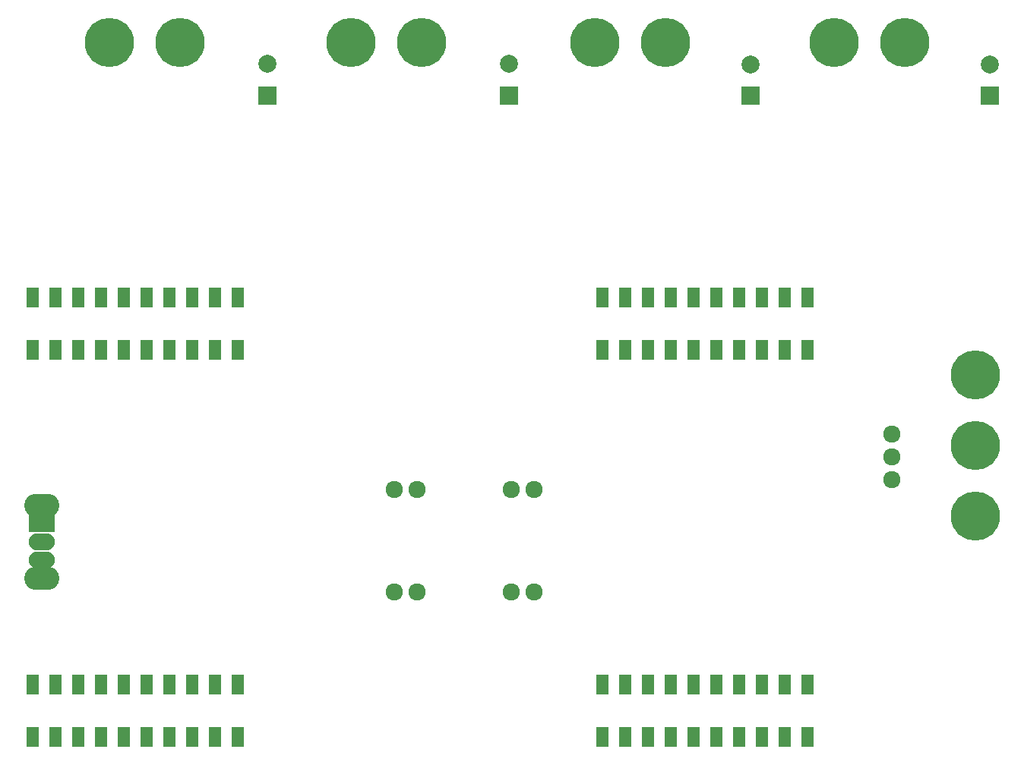
<source format=gbr>
G04 #@! TF.GenerationSoftware,KiCad,Pcbnew,(5.0.0)*
G04 #@! TF.CreationDate,2019-12-13T16:41:55-06:00*
G04 #@! TF.ProjectId,ScienceMotorController_Hardware,536369656E63654D6F746F72436F6E74,rev?*
G04 #@! TF.SameCoordinates,Original*
G04 #@! TF.FileFunction,Soldermask,Bot*
G04 #@! TF.FilePolarity,Negative*
%FSLAX46Y46*%
G04 Gerber Fmt 4.6, Leading zero omitted, Abs format (unit mm)*
G04 Created by KiCad (PCBNEW (5.0.0)) date 12/13/19 16:41:55*
%MOMM*%
%LPD*%
G01*
G04 APERTURE LIST*
%ADD10C,2.000000*%
%ADD11R,2.000000X2.000000*%
%ADD12C,5.480000*%
%ADD13C,1.924000*%
%ADD14R,1.390600X2.178000*%
%ADD15R,2.900000X1.900000*%
%ADD16O,2.900000X1.900000*%
%ADD17O,3.900000X2.600000*%
G04 APERTURE END LIST*
D10*
G04 #@! TO.C,C3*
X119888000Y-64826000D03*
D11*
X119888000Y-68326000D03*
G04 #@! TD*
D12*
G04 #@! TO.C,Conn1*
X144907000Y-115189000D03*
X144907000Y-107315000D03*
X144907000Y-99441000D03*
G04 #@! TD*
G04 #@! TO.C,Conn2*
X56261000Y-62382400D03*
X48387000Y-62382400D03*
G04 #@! TD*
G04 #@! TO.C,Conn3*
X83185000Y-62382400D03*
X75311000Y-62382400D03*
G04 #@! TD*
G04 #@! TO.C,Conn4*
X110363000Y-62382400D03*
X102489000Y-62382400D03*
G04 #@! TD*
G04 #@! TO.C,Conn5*
X129159000Y-62382400D03*
X137033000Y-62382400D03*
G04 #@! TD*
D13*
G04 #@! TO.C,U2*
X135645019Y-111151584D03*
X135645019Y-108611584D03*
X135645019Y-106071584D03*
G04 #@! TD*
G04 #@! TO.C,Conn8*
X82677000Y-123698000D03*
X80137000Y-123698000D03*
G04 #@! TD*
G04 #@! TO.C,Conn9*
X93218000Y-123698000D03*
X95758000Y-123698000D03*
G04 #@! TD*
G04 #@! TO.C,Conn6*
X80137000Y-112268000D03*
X82677000Y-112268000D03*
G04 #@! TD*
G04 #@! TO.C,Conn7*
X95758000Y-112268000D03*
X93218000Y-112268000D03*
G04 #@! TD*
D14*
G04 #@! TO.C,U1*
X103378000Y-139852400D03*
X126238000Y-90779600D03*
X123698000Y-90779600D03*
X116078000Y-90779600D03*
X113538000Y-133959600D03*
X118618000Y-90779600D03*
X121158000Y-90779600D03*
X118618000Y-139852400D03*
X123698000Y-133959600D03*
X113538000Y-90779600D03*
X110998000Y-90779600D03*
X123698000Y-139852400D03*
X118618000Y-133959600D03*
X116078000Y-133959600D03*
X103378000Y-133959600D03*
X105918000Y-133959600D03*
X108458000Y-133959600D03*
X110998000Y-133959600D03*
X121158000Y-133959600D03*
X126238000Y-133959600D03*
X105918000Y-139852400D03*
X108458000Y-139852400D03*
X110998000Y-139852400D03*
X113538000Y-139852400D03*
X116078000Y-139852400D03*
X121158000Y-139852400D03*
X126238000Y-139852400D03*
X103378000Y-96672400D03*
X105918000Y-96672400D03*
X108458000Y-96672400D03*
X110998000Y-96672400D03*
X113538000Y-96672400D03*
X116078000Y-96672400D03*
X118618000Y-96672400D03*
X121158000Y-96672400D03*
X123698000Y-96672400D03*
X126238000Y-96672400D03*
X103378000Y-90779600D03*
X105918000Y-90779600D03*
X108458000Y-90779600D03*
X39878000Y-133959600D03*
X42418000Y-133959600D03*
X44958000Y-133959600D03*
X47498000Y-133959600D03*
X50038000Y-133959600D03*
X52578000Y-133959600D03*
X55118000Y-133959600D03*
X57658000Y-133959600D03*
X60198000Y-133959600D03*
X62738000Y-133959600D03*
X39878000Y-139852400D03*
X42418000Y-139852400D03*
X44958000Y-139852400D03*
X47498000Y-139852400D03*
X50038000Y-139852400D03*
X52578000Y-139852400D03*
X55118000Y-139852400D03*
X57658000Y-139852400D03*
X60198000Y-139852400D03*
X62738000Y-139852400D03*
X39878000Y-96672400D03*
X42418000Y-96672400D03*
X44958000Y-96672400D03*
X47498000Y-96672400D03*
X50038000Y-96672400D03*
X52578000Y-96672400D03*
X55118000Y-96672400D03*
X57658000Y-96672400D03*
X60198000Y-96672400D03*
X62738000Y-96672400D03*
X39878000Y-90779600D03*
X42418000Y-90779600D03*
X44958000Y-90779600D03*
X47498000Y-90779600D03*
X50038000Y-90779600D03*
X52578000Y-90779600D03*
X55118000Y-90779600D03*
X57658000Y-90779600D03*
X60198000Y-90779600D03*
X62738000Y-90779600D03*
G04 #@! TD*
D11*
G04 #@! TO.C,C4*
X146558000Y-68326000D03*
D10*
X146558000Y-64826000D03*
G04 #@! TD*
G04 #@! TO.C,C9*
X92964000Y-64770000D03*
D11*
X92964000Y-68270000D03*
G04 #@! TD*
G04 #@! TO.C,C10*
X66040000Y-68270000D03*
D10*
X66040000Y-64770000D03*
G04 #@! TD*
D15*
G04 #@! TO.C,SW5*
X40894000Y-116078000D03*
D16*
X40894000Y-118078000D03*
X40894000Y-120078000D03*
D17*
X40894000Y-113978000D03*
X40894000Y-122178000D03*
G04 #@! TD*
M02*

</source>
